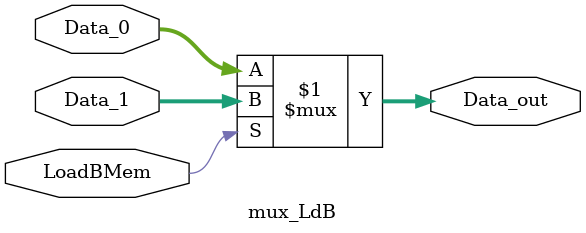
<source format=v>
module mux_LdB (
    input   wire    LoadBMem,
    input   wire    [31:0]  Data_0,     //  REG B
    input   wire    [31:0]  Data_1,     //  Mem[offset + rs]
    output  wire    [31:0]  Data_out
);

assign  Data_out    =   (LoadBMem) ? Data_1  :   Data_0;

endmodule
</source>
